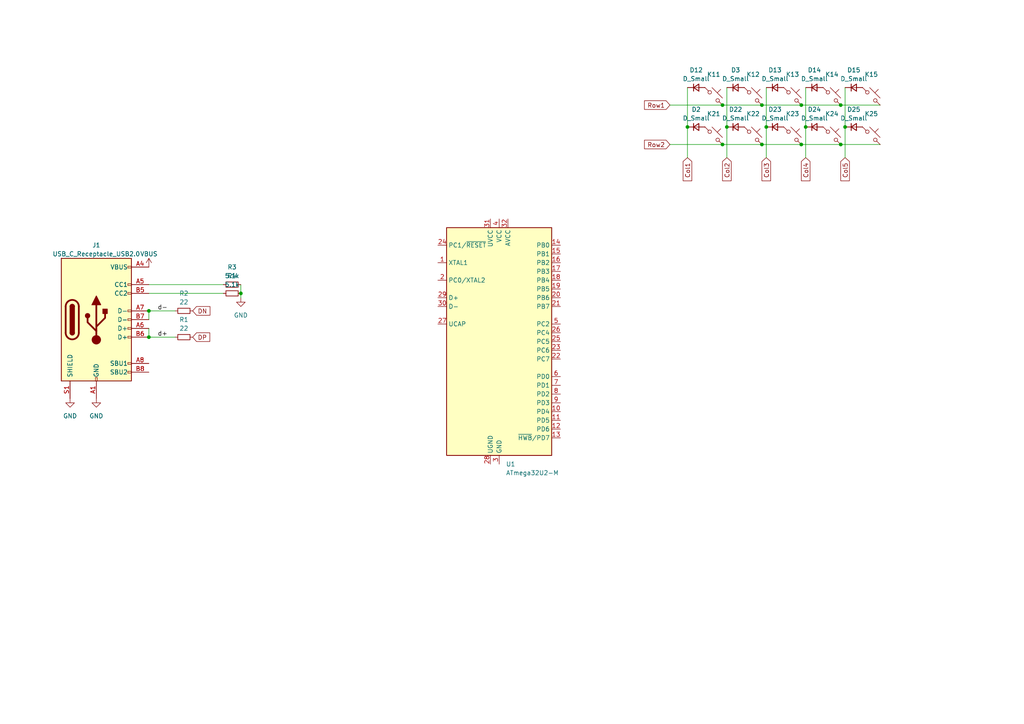
<source format=kicad_sch>
(kicad_sch (version 20230121) (generator eeschema)

  (uuid c7bb6973-b808-44d2-9297-d768611c6fd0)

  (paper "A4")

  (lib_symbols
    (symbol "Connector:USB_C_Receptacle_USB2.0" (pin_names (offset 1.016)) (in_bom yes) (on_board yes)
      (property "Reference" "J" (at -10.16 19.05 0)
        (effects (font (size 1.27 1.27)) (justify left))
      )
      (property "Value" "USB_C_Receptacle_USB2.0" (at 19.05 19.05 0)
        (effects (font (size 1.27 1.27)) (justify right))
      )
      (property "Footprint" "" (at 3.81 0 0)
        (effects (font (size 1.27 1.27)) hide)
      )
      (property "Datasheet" "https://www.usb.org/sites/default/files/documents/usb_type-c.zip" (at 3.81 0 0)
        (effects (font (size 1.27 1.27)) hide)
      )
      (property "ki_keywords" "usb universal serial bus type-C USB2.0" (at 0 0 0)
        (effects (font (size 1.27 1.27)) hide)
      )
      (property "ki_description" "USB 2.0-only Type-C Receptacle connector" (at 0 0 0)
        (effects (font (size 1.27 1.27)) hide)
      )
      (property "ki_fp_filters" "USB*C*Receptacle*" (at 0 0 0)
        (effects (font (size 1.27 1.27)) hide)
      )
      (symbol "USB_C_Receptacle_USB2.0_0_0"
        (rectangle (start -0.254 -17.78) (end 0.254 -16.764)
          (stroke (width 0) (type default))
          (fill (type none))
        )
        (rectangle (start 10.16 -14.986) (end 9.144 -15.494)
          (stroke (width 0) (type default))
          (fill (type none))
        )
        (rectangle (start 10.16 -12.446) (end 9.144 -12.954)
          (stroke (width 0) (type default))
          (fill (type none))
        )
        (rectangle (start 10.16 -4.826) (end 9.144 -5.334)
          (stroke (width 0) (type default))
          (fill (type none))
        )
        (rectangle (start 10.16 -2.286) (end 9.144 -2.794)
          (stroke (width 0) (type default))
          (fill (type none))
        )
        (rectangle (start 10.16 0.254) (end 9.144 -0.254)
          (stroke (width 0) (type default))
          (fill (type none))
        )
        (rectangle (start 10.16 2.794) (end 9.144 2.286)
          (stroke (width 0) (type default))
          (fill (type none))
        )
        (rectangle (start 10.16 7.874) (end 9.144 7.366)
          (stroke (width 0) (type default))
          (fill (type none))
        )
        (rectangle (start 10.16 10.414) (end 9.144 9.906)
          (stroke (width 0) (type default))
          (fill (type none))
        )
        (rectangle (start 10.16 15.494) (end 9.144 14.986)
          (stroke (width 0) (type default))
          (fill (type none))
        )
      )
      (symbol "USB_C_Receptacle_USB2.0_0_1"
        (rectangle (start -10.16 17.78) (end 10.16 -17.78)
          (stroke (width 0.254) (type default))
          (fill (type background))
        )
        (arc (start -8.89 -3.81) (mid -6.985 -5.7067) (end -5.08 -3.81)
          (stroke (width 0.508) (type default))
          (fill (type none))
        )
        (arc (start -7.62 -3.81) (mid -6.985 -4.4423) (end -6.35 -3.81)
          (stroke (width 0.254) (type default))
          (fill (type none))
        )
        (arc (start -7.62 -3.81) (mid -6.985 -4.4423) (end -6.35 -3.81)
          (stroke (width 0.254) (type default))
          (fill (type outline))
        )
        (rectangle (start -7.62 -3.81) (end -6.35 3.81)
          (stroke (width 0.254) (type default))
          (fill (type outline))
        )
        (arc (start -6.35 3.81) (mid -6.985 4.4423) (end -7.62 3.81)
          (stroke (width 0.254) (type default))
          (fill (type none))
        )
        (arc (start -6.35 3.81) (mid -6.985 4.4423) (end -7.62 3.81)
          (stroke (width 0.254) (type default))
          (fill (type outline))
        )
        (arc (start -5.08 3.81) (mid -6.985 5.7067) (end -8.89 3.81)
          (stroke (width 0.508) (type default))
          (fill (type none))
        )
        (circle (center -2.54 1.143) (radius 0.635)
          (stroke (width 0.254) (type default))
          (fill (type outline))
        )
        (circle (center 0 -5.842) (radius 1.27)
          (stroke (width 0) (type default))
          (fill (type outline))
        )
        (polyline
          (pts
            (xy -8.89 -3.81)
            (xy -8.89 3.81)
          )
          (stroke (width 0.508) (type default))
          (fill (type none))
        )
        (polyline
          (pts
            (xy -5.08 3.81)
            (xy -5.08 -3.81)
          )
          (stroke (width 0.508) (type default))
          (fill (type none))
        )
        (polyline
          (pts
            (xy 0 -5.842)
            (xy 0 4.318)
          )
          (stroke (width 0.508) (type default))
          (fill (type none))
        )
        (polyline
          (pts
            (xy 0 -3.302)
            (xy -2.54 -0.762)
            (xy -2.54 0.508)
          )
          (stroke (width 0.508) (type default))
          (fill (type none))
        )
        (polyline
          (pts
            (xy 0 -2.032)
            (xy 2.54 0.508)
            (xy 2.54 1.778)
          )
          (stroke (width 0.508) (type default))
          (fill (type none))
        )
        (polyline
          (pts
            (xy -1.27 4.318)
            (xy 0 6.858)
            (xy 1.27 4.318)
            (xy -1.27 4.318)
          )
          (stroke (width 0.254) (type default))
          (fill (type outline))
        )
        (rectangle (start 1.905 1.778) (end 3.175 3.048)
          (stroke (width 0.254) (type default))
          (fill (type outline))
        )
      )
      (symbol "USB_C_Receptacle_USB2.0_1_1"
        (pin passive line (at 0 -22.86 90) (length 5.08)
          (name "GND" (effects (font (size 1.27 1.27))))
          (number "A1" (effects (font (size 1.27 1.27))))
        )
        (pin passive line (at 0 -22.86 90) (length 5.08) hide
          (name "GND" (effects (font (size 1.27 1.27))))
          (number "A12" (effects (font (size 1.27 1.27))))
        )
        (pin passive line (at 15.24 15.24 180) (length 5.08)
          (name "VBUS" (effects (font (size 1.27 1.27))))
          (number "A4" (effects (font (size 1.27 1.27))))
        )
        (pin bidirectional line (at 15.24 10.16 180) (length 5.08)
          (name "CC1" (effects (font (size 1.27 1.27))))
          (number "A5" (effects (font (size 1.27 1.27))))
        )
        (pin bidirectional line (at 15.24 -2.54 180) (length 5.08)
          (name "D+" (effects (font (size 1.27 1.27))))
          (number "A6" (effects (font (size 1.27 1.27))))
        )
        (pin bidirectional line (at 15.24 2.54 180) (length 5.08)
          (name "D-" (effects (font (size 1.27 1.27))))
          (number "A7" (effects (font (size 1.27 1.27))))
        )
        (pin bidirectional line (at 15.24 -12.7 180) (length 5.08)
          (name "SBU1" (effects (font (size 1.27 1.27))))
          (number "A8" (effects (font (size 1.27 1.27))))
        )
        (pin passive line (at 15.24 15.24 180) (length 5.08) hide
          (name "VBUS" (effects (font (size 1.27 1.27))))
          (number "A9" (effects (font (size 1.27 1.27))))
        )
        (pin passive line (at 0 -22.86 90) (length 5.08) hide
          (name "GND" (effects (font (size 1.27 1.27))))
          (number "B1" (effects (font (size 1.27 1.27))))
        )
        (pin passive line (at 0 -22.86 90) (length 5.08) hide
          (name "GND" (effects (font (size 1.27 1.27))))
          (number "B12" (effects (font (size 1.27 1.27))))
        )
        (pin passive line (at 15.24 15.24 180) (length 5.08) hide
          (name "VBUS" (effects (font (size 1.27 1.27))))
          (number "B4" (effects (font (size 1.27 1.27))))
        )
        (pin bidirectional line (at 15.24 7.62 180) (length 5.08)
          (name "CC2" (effects (font (size 1.27 1.27))))
          (number "B5" (effects (font (size 1.27 1.27))))
        )
        (pin bidirectional line (at 15.24 -5.08 180) (length 5.08)
          (name "D+" (effects (font (size 1.27 1.27))))
          (number "B6" (effects (font (size 1.27 1.27))))
        )
        (pin bidirectional line (at 15.24 0 180) (length 5.08)
          (name "D-" (effects (font (size 1.27 1.27))))
          (number "B7" (effects (font (size 1.27 1.27))))
        )
        (pin bidirectional line (at 15.24 -15.24 180) (length 5.08)
          (name "SBU2" (effects (font (size 1.27 1.27))))
          (number "B8" (effects (font (size 1.27 1.27))))
        )
        (pin passive line (at 15.24 15.24 180) (length 5.08) hide
          (name "VBUS" (effects (font (size 1.27 1.27))))
          (number "B9" (effects (font (size 1.27 1.27))))
        )
        (pin passive line (at -7.62 -22.86 90) (length 5.08)
          (name "SHIELD" (effects (font (size 1.27 1.27))))
          (number "S1" (effects (font (size 1.27 1.27))))
        )
      )
    )
    (symbol "Device:D_Small" (pin_numbers hide) (pin_names (offset 0.254) hide) (in_bom yes) (on_board yes)
      (property "Reference" "D" (at -1.27 2.032 0)
        (effects (font (size 1.27 1.27)) (justify left))
      )
      (property "Value" "D_Small" (at -3.81 -2.032 0)
        (effects (font (size 1.27 1.27)) (justify left))
      )
      (property "Footprint" "" (at 0 0 90)
        (effects (font (size 1.27 1.27)) hide)
      )
      (property "Datasheet" "~" (at 0 0 90)
        (effects (font (size 1.27 1.27)) hide)
      )
      (property "Sim.Device" "D" (at 0 0 0)
        (effects (font (size 1.27 1.27)) hide)
      )
      (property "Sim.Pins" "1=K 2=A" (at 0 0 0)
        (effects (font (size 1.27 1.27)) hide)
      )
      (property "ki_keywords" "diode" (at 0 0 0)
        (effects (font (size 1.27 1.27)) hide)
      )
      (property "ki_description" "Diode, small symbol" (at 0 0 0)
        (effects (font (size 1.27 1.27)) hide)
      )
      (property "ki_fp_filters" "TO-???* *_Diode_* *SingleDiode* D_*" (at 0 0 0)
        (effects (font (size 1.27 1.27)) hide)
      )
      (symbol "D_Small_0_1"
        (polyline
          (pts
            (xy -0.762 -1.016)
            (xy -0.762 1.016)
          )
          (stroke (width 0.254) (type default))
          (fill (type none))
        )
        (polyline
          (pts
            (xy -0.762 0)
            (xy 0.762 0)
          )
          (stroke (width 0) (type default))
          (fill (type none))
        )
        (polyline
          (pts
            (xy 0.762 -1.016)
            (xy -0.762 0)
            (xy 0.762 1.016)
            (xy 0.762 -1.016)
          )
          (stroke (width 0.254) (type default))
          (fill (type none))
        )
      )
      (symbol "D_Small_1_1"
        (pin passive line (at -2.54 0 0) (length 1.778)
          (name "K" (effects (font (size 1.27 1.27))))
          (number "1" (effects (font (size 1.27 1.27))))
        )
        (pin passive line (at 2.54 0 180) (length 1.778)
          (name "A" (effects (font (size 1.27 1.27))))
          (number "2" (effects (font (size 1.27 1.27))))
        )
      )
    )
    (symbol "Device:R_Small" (pin_numbers hide) (pin_names (offset 0.254) hide) (in_bom yes) (on_board yes)
      (property "Reference" "R" (at 0.762 0.508 0)
        (effects (font (size 1.27 1.27)) (justify left))
      )
      (property "Value" "R_Small" (at 0.762 -1.016 0)
        (effects (font (size 1.27 1.27)) (justify left))
      )
      (property "Footprint" "" (at 0 0 0)
        (effects (font (size 1.27 1.27)) hide)
      )
      (property "Datasheet" "~" (at 0 0 0)
        (effects (font (size 1.27 1.27)) hide)
      )
      (property "ki_keywords" "R resistor" (at 0 0 0)
        (effects (font (size 1.27 1.27)) hide)
      )
      (property "ki_description" "Resistor, small symbol" (at 0 0 0)
        (effects (font (size 1.27 1.27)) hide)
      )
      (property "ki_fp_filters" "R_*" (at 0 0 0)
        (effects (font (size 1.27 1.27)) hide)
      )
      (symbol "R_Small_0_1"
        (rectangle (start -0.762 1.778) (end 0.762 -1.778)
          (stroke (width 0.2032) (type default))
          (fill (type none))
        )
      )
      (symbol "R_Small_1_1"
        (pin passive line (at 0 2.54 270) (length 0.762)
          (name "~" (effects (font (size 1.27 1.27))))
          (number "1" (effects (font (size 1.27 1.27))))
        )
        (pin passive line (at 0 -2.54 90) (length 0.762)
          (name "~" (effects (font (size 1.27 1.27))))
          (number "2" (effects (font (size 1.27 1.27))))
        )
      )
    )
    (symbol "MCU_Microchip_ATmega:ATmega32U2-M" (in_bom yes) (on_board yes)
      (property "Reference" "U" (at -15.24 34.29 0)
        (effects (font (size 1.27 1.27)) (justify left bottom))
      )
      (property "Value" "ATmega32U2-M" (at 2.54 -34.29 0)
        (effects (font (size 1.27 1.27)) (justify left top))
      )
      (property "Footprint" "Package_DFN_QFN:QFN-32-1EP_5x5mm_P0.5mm_EP3.1x3.1mm" (at 0 0 0)
        (effects (font (size 1.27 1.27) italic) hide)
      )
      (property "Datasheet" "http://ww1.microchip.com/downloads/en/DeviceDoc/doc7799.pdf" (at 0 0 0)
        (effects (font (size 1.27 1.27)) hide)
      )
      (property "ki_keywords" "AVR 8bit Microcontroller MegaAVR" (at 0 0 0)
        (effects (font (size 1.27 1.27)) hide)
      )
      (property "ki_description" "16MHz, 32kB Flash, 1kB SRAM, 1kB EEPROM, QFN-32" (at 0 0 0)
        (effects (font (size 1.27 1.27)) hide)
      )
      (property "ki_fp_filters" "QFN*1EP*5x5mm*P0.5mm*" (at 0 0 0)
        (effects (font (size 1.27 1.27)) hide)
      )
      (symbol "ATmega32U2-M_0_1"
        (rectangle (start -15.24 -33.02) (end 15.24 33.02)
          (stroke (width 0.254) (type default))
          (fill (type background))
        )
      )
      (symbol "ATmega32U2-M_1_1"
        (pin input line (at -17.78 22.86 0) (length 2.54)
          (name "XTAL1" (effects (font (size 1.27 1.27))))
          (number "1" (effects (font (size 1.27 1.27))))
        )
        (pin bidirectional line (at 17.78 -20.32 180) (length 2.54)
          (name "PD4" (effects (font (size 1.27 1.27))))
          (number "10" (effects (font (size 1.27 1.27))))
        )
        (pin bidirectional line (at 17.78 -22.86 180) (length 2.54)
          (name "PD5" (effects (font (size 1.27 1.27))))
          (number "11" (effects (font (size 1.27 1.27))))
        )
        (pin bidirectional line (at 17.78 -25.4 180) (length 2.54)
          (name "PD6" (effects (font (size 1.27 1.27))))
          (number "12" (effects (font (size 1.27 1.27))))
        )
        (pin bidirectional line (at 17.78 -27.94 180) (length 2.54)
          (name "~{HWB}/PD7" (effects (font (size 1.27 1.27))))
          (number "13" (effects (font (size 1.27 1.27))))
        )
        (pin bidirectional line (at 17.78 27.94 180) (length 2.54)
          (name "PB0" (effects (font (size 1.27 1.27))))
          (number "14" (effects (font (size 1.27 1.27))))
        )
        (pin bidirectional line (at 17.78 25.4 180) (length 2.54)
          (name "PB1" (effects (font (size 1.27 1.27))))
          (number "15" (effects (font (size 1.27 1.27))))
        )
        (pin bidirectional line (at 17.78 22.86 180) (length 2.54)
          (name "PB2" (effects (font (size 1.27 1.27))))
          (number "16" (effects (font (size 1.27 1.27))))
        )
        (pin bidirectional line (at 17.78 20.32 180) (length 2.54)
          (name "PB3" (effects (font (size 1.27 1.27))))
          (number "17" (effects (font (size 1.27 1.27))))
        )
        (pin bidirectional line (at 17.78 17.78 180) (length 2.54)
          (name "PB4" (effects (font (size 1.27 1.27))))
          (number "18" (effects (font (size 1.27 1.27))))
        )
        (pin bidirectional line (at 17.78 15.24 180) (length 2.54)
          (name "PB5" (effects (font (size 1.27 1.27))))
          (number "19" (effects (font (size 1.27 1.27))))
        )
        (pin bidirectional line (at -17.78 17.78 0) (length 2.54)
          (name "PC0/XTAL2" (effects (font (size 1.27 1.27))))
          (number "2" (effects (font (size 1.27 1.27))))
        )
        (pin bidirectional line (at 17.78 12.7 180) (length 2.54)
          (name "PB6" (effects (font (size 1.27 1.27))))
          (number "20" (effects (font (size 1.27 1.27))))
        )
        (pin bidirectional line (at 17.78 10.16 180) (length 2.54)
          (name "PB7" (effects (font (size 1.27 1.27))))
          (number "21" (effects (font (size 1.27 1.27))))
        )
        (pin bidirectional line (at 17.78 -5.08 180) (length 2.54)
          (name "PC7" (effects (font (size 1.27 1.27))))
          (number "22" (effects (font (size 1.27 1.27))))
        )
        (pin bidirectional line (at 17.78 -2.54 180) (length 2.54)
          (name "PC6" (effects (font (size 1.27 1.27))))
          (number "23" (effects (font (size 1.27 1.27))))
        )
        (pin bidirectional line (at -17.78 27.94 0) (length 2.54)
          (name "PC1/~{RESET}" (effects (font (size 1.27 1.27))))
          (number "24" (effects (font (size 1.27 1.27))))
        )
        (pin bidirectional line (at 17.78 0 180) (length 2.54)
          (name "PC5" (effects (font (size 1.27 1.27))))
          (number "25" (effects (font (size 1.27 1.27))))
        )
        (pin bidirectional line (at 17.78 2.54 180) (length 2.54)
          (name "PC4" (effects (font (size 1.27 1.27))))
          (number "26" (effects (font (size 1.27 1.27))))
        )
        (pin passive line (at -17.78 5.08 0) (length 2.54)
          (name "UCAP" (effects (font (size 1.27 1.27))))
          (number "27" (effects (font (size 1.27 1.27))))
        )
        (pin power_in line (at -2.54 -35.56 90) (length 2.54)
          (name "UGND" (effects (font (size 1.27 1.27))))
          (number "28" (effects (font (size 1.27 1.27))))
        )
        (pin bidirectional line (at -17.78 12.7 0) (length 2.54)
          (name "D+" (effects (font (size 1.27 1.27))))
          (number "29" (effects (font (size 1.27 1.27))))
        )
        (pin power_in line (at 0 -35.56 90) (length 2.54)
          (name "GND" (effects (font (size 1.27 1.27))))
          (number "3" (effects (font (size 1.27 1.27))))
        )
        (pin bidirectional line (at -17.78 10.16 0) (length 2.54)
          (name "D-" (effects (font (size 1.27 1.27))))
          (number "30" (effects (font (size 1.27 1.27))))
        )
        (pin power_in line (at -2.54 35.56 270) (length 2.54)
          (name "UVCC" (effects (font (size 1.27 1.27))))
          (number "31" (effects (font (size 1.27 1.27))))
        )
        (pin power_in line (at 2.54 35.56 270) (length 2.54)
          (name "AVCC" (effects (font (size 1.27 1.27))))
          (number "32" (effects (font (size 1.27 1.27))))
        )
        (pin passive line (at 0 -35.56 90) (length 2.54) hide
          (name "GND" (effects (font (size 1.27 1.27))))
          (number "33" (effects (font (size 1.27 1.27))))
        )
        (pin power_in line (at 0 35.56 270) (length 2.54)
          (name "VCC" (effects (font (size 1.27 1.27))))
          (number "4" (effects (font (size 1.27 1.27))))
        )
        (pin bidirectional line (at 17.78 5.08 180) (length 2.54)
          (name "PC2" (effects (font (size 1.27 1.27))))
          (number "5" (effects (font (size 1.27 1.27))))
        )
        (pin bidirectional line (at 17.78 -10.16 180) (length 2.54)
          (name "PD0" (effects (font (size 1.27 1.27))))
          (number "6" (effects (font (size 1.27 1.27))))
        )
        (pin bidirectional line (at 17.78 -12.7 180) (length 2.54)
          (name "PD1" (effects (font (size 1.27 1.27))))
          (number "7" (effects (font (size 1.27 1.27))))
        )
        (pin bidirectional line (at 17.78 -15.24 180) (length 2.54)
          (name "PD2" (effects (font (size 1.27 1.27))))
          (number "8" (effects (font (size 1.27 1.27))))
        )
        (pin bidirectional line (at 17.78 -17.78 180) (length 2.54)
          (name "PD3" (effects (font (size 1.27 1.27))))
          (number "9" (effects (font (size 1.27 1.27))))
        )
      )
    )
    (symbol "Switch:SW_Push_45deg" (pin_numbers hide) (pin_names (offset 1.016) hide) (in_bom yes) (on_board yes)
      (property "Reference" "SW" (at 3.048 1.016 0)
        (effects (font (size 1.27 1.27)) (justify left))
      )
      (property "Value" "SW_Push_45deg" (at 0 -3.81 0)
        (effects (font (size 1.27 1.27)))
      )
      (property "Footprint" "" (at 0 0 0)
        (effects (font (size 1.27 1.27)) hide)
      )
      (property "Datasheet" "~" (at 0 0 0)
        (effects (font (size 1.27 1.27)) hide)
      )
      (property "ki_keywords" "switch normally-open pushbutton push-button" (at 0 0 0)
        (effects (font (size 1.27 1.27)) hide)
      )
      (property "ki_description" "Push button switch, normally open, two pins, 45° tilted" (at 0 0 0)
        (effects (font (size 1.27 1.27)) hide)
      )
      (symbol "SW_Push_45deg_0_1"
        (circle (center -1.1684 1.1684) (radius 0.508)
          (stroke (width 0) (type default))
          (fill (type none))
        )
        (polyline
          (pts
            (xy -0.508 2.54)
            (xy 2.54 -0.508)
          )
          (stroke (width 0) (type default))
          (fill (type none))
        )
        (polyline
          (pts
            (xy 1.016 1.016)
            (xy 2.032 2.032)
          )
          (stroke (width 0) (type default))
          (fill (type none))
        )
        (polyline
          (pts
            (xy -2.54 2.54)
            (xy -1.524 1.524)
            (xy -1.524 1.524)
          )
          (stroke (width 0) (type default))
          (fill (type none))
        )
        (polyline
          (pts
            (xy 1.524 -1.524)
            (xy 2.54 -2.54)
            (xy 2.54 -2.54)
            (xy 2.54 -2.54)
          )
          (stroke (width 0) (type default))
          (fill (type none))
        )
        (circle (center 1.143 -1.1938) (radius 0.508)
          (stroke (width 0) (type default))
          (fill (type none))
        )
        (pin passive line (at -2.54 2.54 0) (length 0)
          (name "1" (effects (font (size 1.27 1.27))))
          (number "1" (effects (font (size 1.27 1.27))))
        )
        (pin passive line (at 2.54 -2.54 180) (length 0)
          (name "2" (effects (font (size 1.27 1.27))))
          (number "2" (effects (font (size 1.27 1.27))))
        )
      )
    )
    (symbol "power:GND" (power) (pin_names (offset 0)) (in_bom yes) (on_board yes)
      (property "Reference" "#PWR" (at 0 -6.35 0)
        (effects (font (size 1.27 1.27)) hide)
      )
      (property "Value" "GND" (at 0 -3.81 0)
        (effects (font (size 1.27 1.27)))
      )
      (property "Footprint" "" (at 0 0 0)
        (effects (font (size 1.27 1.27)) hide)
      )
      (property "Datasheet" "" (at 0 0 0)
        (effects (font (size 1.27 1.27)) hide)
      )
      (property "ki_keywords" "global power" (at 0 0 0)
        (effects (font (size 1.27 1.27)) hide)
      )
      (property "ki_description" "Power symbol creates a global label with name \"GND\" , ground" (at 0 0 0)
        (effects (font (size 1.27 1.27)) hide)
      )
      (symbol "GND_0_1"
        (polyline
          (pts
            (xy 0 0)
            (xy 0 -1.27)
            (xy 1.27 -1.27)
            (xy 0 -2.54)
            (xy -1.27 -1.27)
            (xy 0 -1.27)
          )
          (stroke (width 0) (type default))
          (fill (type none))
        )
      )
      (symbol "GND_1_1"
        (pin power_in line (at 0 0 270) (length 0) hide
          (name "GND" (effects (font (size 1.27 1.27))))
          (number "1" (effects (font (size 1.27 1.27))))
        )
      )
    )
    (symbol "power:VBUS" (power) (pin_names (offset 0)) (in_bom yes) (on_board yes)
      (property "Reference" "#PWR" (at 0 -3.81 0)
        (effects (font (size 1.27 1.27)) hide)
      )
      (property "Value" "VBUS" (at 0 3.81 0)
        (effects (font (size 1.27 1.27)))
      )
      (property "Footprint" "" (at 0 0 0)
        (effects (font (size 1.27 1.27)) hide)
      )
      (property "Datasheet" "" (at 0 0 0)
        (effects (font (size 1.27 1.27)) hide)
      )
      (property "ki_keywords" "global power" (at 0 0 0)
        (effects (font (size 1.27 1.27)) hide)
      )
      (property "ki_description" "Power symbol creates a global label with name \"VBUS\"" (at 0 0 0)
        (effects (font (size 1.27 1.27)) hide)
      )
      (symbol "VBUS_0_1"
        (polyline
          (pts
            (xy -0.762 1.27)
            (xy 0 2.54)
          )
          (stroke (width 0) (type default))
          (fill (type none))
        )
        (polyline
          (pts
            (xy 0 0)
            (xy 0 2.54)
          )
          (stroke (width 0) (type default))
          (fill (type none))
        )
        (polyline
          (pts
            (xy 0 2.54)
            (xy 0.762 1.27)
          )
          (stroke (width 0) (type default))
          (fill (type none))
        )
      )
      (symbol "VBUS_1_1"
        (pin power_in line (at 0 0 90) (length 0) hide
          (name "VBUS" (effects (font (size 1.27 1.27))))
          (number "1" (effects (font (size 1.27 1.27))))
        )
      )
    )
  )

  (junction (at 69.85 85.09) (diameter 0) (color 0 0 0 0)
    (uuid 249c5546-ddbd-4237-bbad-36533e416643)
  )
  (junction (at 233.68 36.83) (diameter 0) (color 0 0 0 0)
    (uuid 64d18bdd-3e1e-43b6-933e-8bb1026165c3)
  )
  (junction (at 209.55 41.91) (diameter 0) (color 0 0 0 0)
    (uuid 67e8c70d-6397-4bd9-8882-e1279f135097)
  )
  (junction (at 222.25 36.83) (diameter 0) (color 0 0 0 0)
    (uuid 6ebb0b91-624c-4456-a776-0b3dd04a897c)
  )
  (junction (at 232.41 41.91) (diameter 0) (color 0 0 0 0)
    (uuid 75628699-1773-4c49-837d-933abaf6393d)
  )
  (junction (at 199.39 36.83) (diameter 0) (color 0 0 0 0)
    (uuid 82bdf60b-d8a3-4513-b704-13e8bee0f84d)
  )
  (junction (at 43.18 97.79) (diameter 0) (color 0 0 0 0)
    (uuid 8db60a5f-fc69-4343-afab-33e48ebd26f1)
  )
  (junction (at 232.41 30.48) (diameter 0) (color 0 0 0 0)
    (uuid 9275c44a-bd92-4aba-a1bb-f47e07d08ad4)
  )
  (junction (at 243.84 30.48) (diameter 0) (color 0 0 0 0)
    (uuid 93be2ba5-ed11-46af-b666-bcf4a4c43ec4)
  )
  (junction (at 210.82 36.83) (diameter 0) (color 0 0 0 0)
    (uuid 96a1c79e-1454-4b6d-9115-d753db0055e1)
  )
  (junction (at 243.84 41.91) (diameter 0) (color 0 0 0 0)
    (uuid 9811729d-6394-41b7-acaf-188c08b8cb1c)
  )
  (junction (at 43.18 90.17) (diameter 0) (color 0 0 0 0)
    (uuid 9f2b5f0d-2e53-470a-b0f5-d3df972599f5)
  )
  (junction (at 220.98 41.91) (diameter 0) (color 0 0 0 0)
    (uuid c7b71daf-2f8d-43be-9fc4-f142b4cdf732)
  )
  (junction (at 220.98 30.48) (diameter 0) (color 0 0 0 0)
    (uuid d2e094f4-9a12-4284-bd33-20d81a72ba60)
  )
  (junction (at 245.11 36.83) (diameter 0) (color 0 0 0 0)
    (uuid edbf204f-70b5-4451-be92-6d93287a81a7)
  )
  (junction (at 209.55 30.48) (diameter 0) (color 0 0 0 0)
    (uuid f396a88c-8254-49d9-8687-85233a34ebe5)
  )

  (wire (pts (xy 69.85 85.09) (xy 69.85 86.36))
    (stroke (width 0) (type default))
    (uuid 03338989-8a7f-4198-bf1d-98e1dd43e866)
  )
  (wire (pts (xy 43.18 82.55) (xy 64.77 82.55))
    (stroke (width 0) (type default))
    (uuid 1ffb87d7-a8f0-4a57-89d5-c6b582e91368)
  )
  (wire (pts (xy 245.11 36.83) (xy 245.11 45.72))
    (stroke (width 0) (type default))
    (uuid 2801612a-430c-481b-85f9-70cd6bfcfb9d)
  )
  (wire (pts (xy 199.39 36.83) (xy 199.39 45.72))
    (stroke (width 0) (type default))
    (uuid 2e95e50f-6b64-4203-b5d4-fab2ae3a3411)
  )
  (wire (pts (xy 43.18 92.71) (xy 43.18 90.17))
    (stroke (width 0) (type default))
    (uuid 33fea8ef-3ea4-4340-9236-4d04d28a061a)
  )
  (wire (pts (xy 243.84 30.48) (xy 255.27 30.48))
    (stroke (width 0) (type default))
    (uuid 39536417-f6df-43da-ac09-22da7f413213)
  )
  (wire (pts (xy 209.55 30.48) (xy 220.98 30.48))
    (stroke (width 0) (type default))
    (uuid 3b4d4edf-5a0e-4db5-a7be-e0f01cfbcc99)
  )
  (wire (pts (xy 43.18 90.17) (xy 50.8 90.17))
    (stroke (width 0) (type default))
    (uuid 404a15c7-5401-4a0d-b4e4-7a8eeec19898)
  )
  (wire (pts (xy 245.11 25.4) (xy 245.11 36.83))
    (stroke (width 0) (type default))
    (uuid 43ef4f37-f446-4dbd-a914-8c9126e5052f)
  )
  (wire (pts (xy 220.98 41.91) (xy 232.41 41.91))
    (stroke (width 0) (type default))
    (uuid 54c8ff99-b80b-4f63-8a78-589dd011ef05)
  )
  (wire (pts (xy 210.82 36.83) (xy 210.82 45.72))
    (stroke (width 0) (type default))
    (uuid 58851b05-fb15-4aab-b42c-88780eb02418)
  )
  (wire (pts (xy 232.41 41.91) (xy 243.84 41.91))
    (stroke (width 0) (type default))
    (uuid 63f903db-df80-4019-8451-5f59a6101e88)
  )
  (wire (pts (xy 194.31 41.91) (xy 209.55 41.91))
    (stroke (width 0) (type default))
    (uuid 76661dca-564a-419b-a8b6-f07f89524273)
  )
  (wire (pts (xy 194.31 30.48) (xy 209.55 30.48))
    (stroke (width 0) (type default))
    (uuid 80c8a212-e7c7-40e5-8db9-abb2d20610fa)
  )
  (wire (pts (xy 220.98 30.48) (xy 232.41 30.48))
    (stroke (width 0) (type default))
    (uuid 8185a89b-3aeb-488c-8004-682472cbe6e2)
  )
  (wire (pts (xy 43.18 85.09) (xy 64.77 85.09))
    (stroke (width 0) (type default))
    (uuid 8a89e3fe-e6ec-44b1-8872-64f41550d3ab)
  )
  (wire (pts (xy 222.25 36.83) (xy 222.25 45.72))
    (stroke (width 0) (type default))
    (uuid 8dc24c1c-27e5-4487-b4f7-8ebbea845f6d)
  )
  (wire (pts (xy 222.25 25.4) (xy 222.25 36.83))
    (stroke (width 0) (type default))
    (uuid 95f00ebd-a00c-4891-b2dd-cb3361281204)
  )
  (wire (pts (xy 43.18 97.79) (xy 50.8 97.79))
    (stroke (width 0) (type default))
    (uuid 96dbcbbe-39c4-4fb0-a8bd-9389238ee614)
  )
  (wire (pts (xy 210.82 25.4) (xy 210.82 36.83))
    (stroke (width 0) (type default))
    (uuid 988274b2-0956-4bf8-87e6-73d0fcff2e64)
  )
  (wire (pts (xy 233.68 36.83) (xy 233.68 45.72))
    (stroke (width 0) (type default))
    (uuid ad986f01-c6be-4ca9-9873-f01e06707cd5)
  )
  (wire (pts (xy 43.18 95.25) (xy 43.18 97.79))
    (stroke (width 0) (type default))
    (uuid bd5c758c-13c9-4803-8302-7fe9c2b2eac7)
  )
  (wire (pts (xy 199.39 25.4) (xy 199.39 36.83))
    (stroke (width 0) (type default))
    (uuid c15e9fe9-6de6-4712-93e1-34a928e6cbae)
  )
  (wire (pts (xy 243.84 41.91) (xy 255.27 41.91))
    (stroke (width 0) (type default))
    (uuid d464d642-bb98-4c90-b37d-83c8eb8aef82)
  )
  (wire (pts (xy 69.85 82.55) (xy 69.85 85.09))
    (stroke (width 0) (type default))
    (uuid dee32eb7-0fdf-45cd-926b-722c64a0b011)
  )
  (wire (pts (xy 233.68 25.4) (xy 233.68 36.83))
    (stroke (width 0) (type default))
    (uuid e5af3df9-5ce0-470f-8f9b-9179fdc09fce)
  )
  (wire (pts (xy 209.55 41.91) (xy 220.98 41.91))
    (stroke (width 0) (type default))
    (uuid f07344a6-c260-458b-a318-017b261b42ad)
  )
  (wire (pts (xy 232.41 30.48) (xy 243.84 30.48))
    (stroke (width 0) (type default))
    (uuid f3a91fe8-bb97-407b-a5e3-d209f49889a8)
  )

  (label "d+" (at 45.72 97.79 0) (fields_autoplaced)
    (effects (font (size 1.27 1.27)) (justify left bottom))
    (uuid 23ee27dd-37ef-4dd7-ac0e-5c6978dfcf38)
  )
  (label "d-" (at 45.72 90.17 0) (fields_autoplaced)
    (effects (font (size 1.27 1.27)) (justify left bottom))
    (uuid 70b04003-87e1-4fa7-a48f-3c4dca393088)
  )

  (global_label "Col1" (shape input) (at 199.39 45.72 270) (fields_autoplaced)
    (effects (font (size 1.27 1.27)) (justify right))
    (uuid 1cc6f532-8dea-4b5f-89e7-9d988ddc8343)
    (property "Intersheetrefs" "${INTERSHEET_REFS}" (at 199.39 52.9195 90)
      (effects (font (size 1.27 1.27)) (justify right) hide)
    )
  )
  (global_label "Col2" (shape input) (at 210.82 45.72 270) (fields_autoplaced)
    (effects (font (size 1.27 1.27)) (justify right))
    (uuid 3e76a86c-6220-4302-be1e-d766e261b882)
    (property "Intersheetrefs" "${INTERSHEET_REFS}" (at 210.82 52.9195 90)
      (effects (font (size 1.27 1.27)) (justify right) hide)
    )
  )
  (global_label "Col3" (shape input) (at 222.25 45.72 270) (fields_autoplaced)
    (effects (font (size 1.27 1.27)) (justify right))
    (uuid 58855582-4306-428d-9151-b815c334304b)
    (property "Intersheetrefs" "${INTERSHEET_REFS}" (at 222.25 52.9195 90)
      (effects (font (size 1.27 1.27)) (justify right) hide)
    )
  )
  (global_label "DN" (shape input) (at 55.88 90.17 0) (fields_autoplaced)
    (effects (font (size 1.27 1.27)) (justify left))
    (uuid 71b7ea9d-2cf6-4ed4-ba44-394059b4fede)
    (property "Intersheetrefs" "${INTERSHEET_REFS}" (at 61.3863 90.17 0)
      (effects (font (size 1.27 1.27)) (justify left) hide)
    )
  )
  (global_label "Row2" (shape input) (at 194.31 41.91 180) (fields_autoplaced)
    (effects (font (size 1.27 1.27)) (justify right))
    (uuid 726cdd1f-de7b-4bcb-9400-9892b46abd46)
    (property "Intersheetrefs" "${INTERSHEET_REFS}" (at 186.4452 41.91 0)
      (effects (font (size 1.27 1.27)) (justify right) hide)
    )
  )
  (global_label "DP" (shape input) (at 55.88 97.79 0) (fields_autoplaced)
    (effects (font (size 1.27 1.27)) (justify left))
    (uuid 781df58a-beef-48aa-ac65-559350c68989)
    (property "Intersheetrefs" "${INTERSHEET_REFS}" (at 61.3258 97.79 0)
      (effects (font (size 1.27 1.27)) (justify left) hide)
    )
  )
  (global_label "Col5" (shape input) (at 245.11 45.72 270) (fields_autoplaced)
    (effects (font (size 1.27 1.27)) (justify right))
    (uuid d0cf4456-7118-4ba3-8e48-03c2e3f78a90)
    (property "Intersheetrefs" "${INTERSHEET_REFS}" (at 245.11 52.9195 90)
      (effects (font (size 1.27 1.27)) (justify right) hide)
    )
  )
  (global_label "Col4" (shape input) (at 233.68 45.72 270) (fields_autoplaced)
    (effects (font (size 1.27 1.27)) (justify right))
    (uuid d40c13b4-7e14-4baa-ab43-2b61502af26b)
    (property "Intersheetrefs" "${INTERSHEET_REFS}" (at 233.68 52.9195 90)
      (effects (font (size 1.27 1.27)) (justify right) hide)
    )
  )
  (global_label "Row1" (shape input) (at 194.31 30.48 180) (fields_autoplaced)
    (effects (font (size 1.27 1.27)) (justify right))
    (uuid ebede4f4-0cd3-46ac-bb9c-41da86a56e5a)
    (property "Intersheetrefs" "${INTERSHEET_REFS}" (at 186.4452 30.48 0)
      (effects (font (size 1.27 1.27)) (justify right) hide)
    )
  )

  (symbol (lib_id "power:GND") (at 69.85 86.36 0) (unit 1)
    (in_bom yes) (on_board yes) (dnp no) (fields_autoplaced)
    (uuid 0f3517b5-4e79-49f0-96e8-6882fa83f243)
    (property "Reference" "#PWR01" (at 69.85 92.71 0)
      (effects (font (size 1.27 1.27)) hide)
    )
    (property "Value" "GND" (at 69.85 91.44 0)
      (effects (font (size 1.27 1.27)))
    )
    (property "Footprint" "" (at 69.85 86.36 0)
      (effects (font (size 1.27 1.27)) hide)
    )
    (property "Datasheet" "" (at 69.85 86.36 0)
      (effects (font (size 1.27 1.27)) hide)
    )
    (pin "1" (uuid 8cff93ba-b239-4389-b9a9-072e4a05a992))
    (instances
      (project "meishi_ADeL"
        (path "/c7bb6973-b808-44d2-9297-d768611c6fd0"
          (reference "#PWR01") (unit 1)
        )
      )
    )
  )

  (symbol (lib_id "Device:D_Small") (at 247.65 36.83 0) (unit 1)
    (in_bom yes) (on_board yes) (dnp no) (fields_autoplaced)
    (uuid 10aa72b2-be0e-4ad7-b884-7e134121e824)
    (property "Reference" "D25" (at 247.65 31.75 0)
      (effects (font (size 1.27 1.27)))
    )
    (property "Value" "D_Small" (at 247.65 34.29 0)
      (effects (font (size 1.27 1.27)))
    )
    (property "Footprint" "" (at 247.65 36.83 90)
      (effects (font (size 1.27 1.27)) hide)
    )
    (property "Datasheet" "~" (at 247.65 36.83 90)
      (effects (font (size 1.27 1.27)) hide)
    )
    (property "Sim.Device" "D" (at 247.65 36.83 0)
      (effects (font (size 1.27 1.27)) hide)
    )
    (property "Sim.Pins" "1=K 2=A" (at 247.65 36.83 0)
      (effects (font (size 1.27 1.27)) hide)
    )
    (pin "1" (uuid e0091bec-3877-48f1-8e10-30b95bfe9d2d))
    (pin "2" (uuid a1fca8bf-22dc-4770-95ef-a3ab9527a344))
    (instances
      (project "meishi_ADeL"
        (path "/c7bb6973-b808-44d2-9297-d768611c6fd0"
          (reference "D25") (unit 1)
        )
      )
    )
  )

  (symbol (lib_id "Device:D_Small") (at 213.36 36.83 0) (unit 1)
    (in_bom yes) (on_board yes) (dnp no) (fields_autoplaced)
    (uuid 178e6073-86e1-4342-8123-8de21c889e95)
    (property "Reference" "D22" (at 213.36 31.75 0)
      (effects (font (size 1.27 1.27)))
    )
    (property "Value" "D_Small" (at 213.36 34.29 0)
      (effects (font (size 1.27 1.27)))
    )
    (property "Footprint" "" (at 213.36 36.83 90)
      (effects (font (size 1.27 1.27)) hide)
    )
    (property "Datasheet" "~" (at 213.36 36.83 90)
      (effects (font (size 1.27 1.27)) hide)
    )
    (property "Sim.Device" "D" (at 213.36 36.83 0)
      (effects (font (size 1.27 1.27)) hide)
    )
    (property "Sim.Pins" "1=K 2=A" (at 213.36 36.83 0)
      (effects (font (size 1.27 1.27)) hide)
    )
    (pin "1" (uuid bb778628-3265-4e76-8fc5-7c5db6188ba7))
    (pin "2" (uuid 225843f2-3d28-4159-b0c6-bbd3c70fec70))
    (instances
      (project "meishi_ADeL"
        (path "/c7bb6973-b808-44d2-9297-d768611c6fd0"
          (reference "D22") (unit 1)
        )
      )
    )
  )

  (symbol (lib_id "power:GND") (at 27.94 115.57 0) (unit 1)
    (in_bom yes) (on_board yes) (dnp no) (fields_autoplaced)
    (uuid 1f8518d2-4f50-46c4-af3d-f2212c805362)
    (property "Reference" "#PWR03" (at 27.94 121.92 0)
      (effects (font (size 1.27 1.27)) hide)
    )
    (property "Value" "GND" (at 27.94 120.65 0)
      (effects (font (size 1.27 1.27)))
    )
    (property "Footprint" "" (at 27.94 115.57 0)
      (effects (font (size 1.27 1.27)) hide)
    )
    (property "Datasheet" "" (at 27.94 115.57 0)
      (effects (font (size 1.27 1.27)) hide)
    )
    (pin "1" (uuid 50cb5b5a-9b6b-465a-9b81-b798b521d6b2))
    (instances
      (project "meishi_ADeL"
        (path "/c7bb6973-b808-44d2-9297-d768611c6fd0"
          (reference "#PWR03") (unit 1)
        )
      )
    )
  )

  (symbol (lib_id "MCU_Microchip_ATmega:ATmega32U2-M") (at 144.78 99.06 0) (unit 1)
    (in_bom yes) (on_board yes) (dnp no) (fields_autoplaced)
    (uuid 36c84c9a-c81e-453f-a015-fe11ff827672)
    (property "Reference" "U1" (at 146.7359 134.62 0)
      (effects (font (size 1.27 1.27)) (justify left))
    )
    (property "Value" "ATmega32U2-M" (at 146.7359 137.16 0)
      (effects (font (size 1.27 1.27)) (justify left))
    )
    (property "Footprint" "Package_DFN_QFN:QFN-32-1EP_5x5mm_P0.5mm_EP3.1x3.1mm" (at 144.78 99.06 0)
      (effects (font (size 1.27 1.27) italic) hide)
    )
    (property "Datasheet" "http://ww1.microchip.com/downloads/en/DeviceDoc/doc7799.pdf" (at 144.78 99.06 0)
      (effects (font (size 1.27 1.27)) hide)
    )
    (pin "1" (uuid b0a42bb1-635e-4b3a-894b-7ddae9cc4922))
    (pin "10" (uuid bad73e3b-27c1-4044-b2a8-1f9ba63faed5))
    (pin "11" (uuid d8c589e0-68ca-4afb-b75f-0eaa67502124))
    (pin "12" (uuid a1a8ae97-d30c-4ce6-81fe-13540a0c286f))
    (pin "13" (uuid 28c3c56e-8236-427d-9209-a83ba14091bd))
    (pin "14" (uuid 968b411e-a14d-4f2e-929e-c02c33e904c5))
    (pin "15" (uuid 5801f93d-bc49-49ca-b1d2-529b85198ab8))
    (pin "16" (uuid 53cf8db1-03a4-46aa-87dc-c803550bb171))
    (pin "17" (uuid 250d5c2d-6c11-434d-8714-eb603f817088))
    (pin "18" (uuid efd1d73c-9060-4b4e-8605-48a667c59911))
    (pin "19" (uuid d114dd52-fa7c-4fe1-b602-d6f18a33a842))
    (pin "2" (uuid 7a6d5d12-a172-4bc7-8ffc-d4bd2a652c90))
    (pin "20" (uuid 71070810-15ef-435e-bf09-c963e17d34d2))
    (pin "21" (uuid dd101430-bf15-411b-b4e6-09e0136c3325))
    (pin "22" (uuid 33da8b3f-382f-4a6b-879e-9835dcd3c386))
    (pin "23" (uuid 5c890df2-d141-4d78-b423-1ba169d20b5f))
    (pin "24" (uuid 930fdab2-21ff-408e-b12f-468104c05470))
    (pin "25" (uuid 73ecb8f2-f69e-4b50-9c81-f9f7562f967c))
    (pin "26" (uuid 5afafca2-3810-46f3-ae7c-d96ef1586ec3))
    (pin "27" (uuid a975da40-9865-4209-888d-6fa0ac04dc6b))
    (pin "28" (uuid 71b55551-6878-4c8b-bb47-df3a2e0ea3fa))
    (pin "29" (uuid 61edf328-ed61-4b0f-b0a9-d18fe2a19922))
    (pin "3" (uuid 2ff1c192-57ff-4b37-a98b-f2aba2e2831c))
    (pin "30" (uuid 3156fccf-91f8-465b-8643-6e08c5097e46))
    (pin "31" (uuid b68640c1-973e-4ff9-a03e-201e9f8cd47b))
    (pin "32" (uuid b0ca3ce5-af00-4410-9355-9a1d48cc22f8))
    (pin "33" (uuid d501033a-1ab7-46e9-b359-bfc6be95c8cb))
    (pin "4" (uuid ae08d8c8-6488-49a4-b454-8084b301897e))
    (pin "5" (uuid 4ee6e8a6-4524-4f8b-a5c8-786e16799a3c))
    (pin "6" (uuid 3c1fbc69-6cd0-4a72-9f02-394593419950))
    (pin "7" (uuid 087822c4-b071-4b3a-9b43-a6bb112f9bfb))
    (pin "8" (uuid 51d4ac52-e9ae-4544-aea3-10c85aeff0a8))
    (pin "9" (uuid 33dca0f9-368d-4015-bb30-aa96f3ef38c7))
    (instances
      (project "meishi_ADeL"
        (path "/c7bb6973-b808-44d2-9297-d768611c6fd0"
          (reference "U1") (unit 1)
        )
      )
    )
  )

  (symbol (lib_id "Switch:SW_Push_45deg") (at 207.01 39.37 0) (unit 1)
    (in_bom yes) (on_board yes) (dnp no) (fields_autoplaced)
    (uuid 3e0d23a0-c26b-479b-b58c-1451e29af007)
    (property "Reference" "K21" (at 207.01 33.02 0) (do_not_autoplace)
      (effects (font (size 1.27 1.27)))
    )
    (property "Value" "SW_Push_45deg" (at 207.01 33.02 0) (do_not_autoplace)
      (effects (font (size 1.27 1.27)) hide)
    )
    (property "Footprint" "" (at 207.01 39.37 0)
      (effects (font (size 1.27 1.27)) hide)
    )
    (property "Datasheet" "~" (at 207.01 39.37 0)
      (effects (font (size 1.27 1.27)) hide)
    )
    (pin "1" (uuid 102ae45e-00c7-4752-a28c-240864310372))
    (pin "2" (uuid d3798fc0-061a-4a1d-a3fb-e23fdb803b1d))
    (instances
      (project "meishi_ADeL"
        (path "/c7bb6973-b808-44d2-9297-d768611c6fd0"
          (reference "K21") (unit 1)
        )
      )
    )
  )

  (symbol (lib_id "Device:D_Small") (at 201.93 25.4 0) (unit 1)
    (in_bom yes) (on_board yes) (dnp no) (fields_autoplaced)
    (uuid 3e48e343-23be-4f55-bfc8-5af5d81f8d66)
    (property "Reference" "D12" (at 201.93 20.32 0)
      (effects (font (size 1.27 1.27)))
    )
    (property "Value" "D_Small" (at 201.93 22.86 0)
      (effects (font (size 1.27 1.27)))
    )
    (property "Footprint" "" (at 201.93 25.4 90)
      (effects (font (size 1.27 1.27)) hide)
    )
    (property "Datasheet" "~" (at 201.93 25.4 90)
      (effects (font (size 1.27 1.27)) hide)
    )
    (property "Sim.Device" "D" (at 201.93 25.4 0)
      (effects (font (size 1.27 1.27)) hide)
    )
    (property "Sim.Pins" "1=K 2=A" (at 201.93 25.4 0)
      (effects (font (size 1.27 1.27)) hide)
    )
    (pin "1" (uuid 0250a11c-e5d9-4849-b039-38d9c8a48fc6))
    (pin "2" (uuid f39fd64c-4820-41d7-9205-bfb0991a22c0))
    (instances
      (project "meishi_ADeL"
        (path "/c7bb6973-b808-44d2-9297-d768611c6fd0"
          (reference "D12") (unit 1)
        )
      )
    )
  )

  (symbol (lib_id "Switch:SW_Push_45deg") (at 252.73 27.94 0) (unit 1)
    (in_bom yes) (on_board yes) (dnp no) (fields_autoplaced)
    (uuid 40cffe6e-38c1-483c-8b00-168a250e1780)
    (property "Reference" "K15" (at 252.73 21.59 0) (do_not_autoplace)
      (effects (font (size 1.27 1.27)))
    )
    (property "Value" "SW_Push_45deg" (at 252.73 21.59 0) (do_not_autoplace)
      (effects (font (size 1.27 1.27)) hide)
    )
    (property "Footprint" "" (at 252.73 27.94 0)
      (effects (font (size 1.27 1.27)) hide)
    )
    (property "Datasheet" "~" (at 252.73 27.94 0)
      (effects (font (size 1.27 1.27)) hide)
    )
    (pin "1" (uuid 1f8bff2f-7b48-4532-96c5-b35015096d8c))
    (pin "2" (uuid 1e49d989-0ae5-4daf-a2a3-6ccde3804107))
    (instances
      (project "meishi_ADeL"
        (path "/c7bb6973-b808-44d2-9297-d768611c6fd0"
          (reference "K15") (unit 1)
        )
      )
    )
  )

  (symbol (lib_id "Switch:SW_Push_45deg") (at 207.01 27.94 0) (unit 1)
    (in_bom yes) (on_board yes) (dnp no) (fields_autoplaced)
    (uuid 4b811e27-0c1c-4c4e-bbbc-c20f3f8a6037)
    (property "Reference" "K11" (at 207.01 21.59 0) (do_not_autoplace)
      (effects (font (size 1.27 1.27)))
    )
    (property "Value" "SW_Push_45deg" (at 207.01 21.59 0) (do_not_autoplace)
      (effects (font (size 1.27 1.27)) hide)
    )
    (property "Footprint" "" (at 207.01 27.94 0)
      (effects (font (size 1.27 1.27)) hide)
    )
    (property "Datasheet" "~" (at 207.01 27.94 0)
      (effects (font (size 1.27 1.27)) hide)
    )
    (pin "1" (uuid 54ff5165-0803-4a5f-9ad6-db89e9247536))
    (pin "2" (uuid ee2ced30-8a75-4040-9945-153f1b318325))
    (instances
      (project "meishi_ADeL"
        (path "/c7bb6973-b808-44d2-9297-d768611c6fd0"
          (reference "K11") (unit 1)
        )
      )
    )
  )

  (symbol (lib_id "Connector:USB_C_Receptacle_USB2.0") (at 27.94 92.71 0) (unit 1)
    (in_bom yes) (on_board yes) (dnp no) (fields_autoplaced)
    (uuid 51f14019-179c-4e58-a558-66c7d28c10ed)
    (property "Reference" "J1" (at 27.94 71.12 0)
      (effects (font (size 1.27 1.27)))
    )
    (property "Value" "USB_C_Receptacle_USB2.0" (at 27.94 73.66 0)
      (effects (font (size 1.27 1.27)))
    )
    (property "Footprint" "" (at 31.75 92.71 0)
      (effects (font (size 1.27 1.27)) hide)
    )
    (property "Datasheet" "https://www.usb.org/sites/default/files/documents/usb_type-c.zip" (at 31.75 92.71 0)
      (effects (font (size 1.27 1.27)) hide)
    )
    (pin "A1" (uuid e66b46a2-fb60-4005-be0d-8087b914c8c7))
    (pin "A12" (uuid 806dae33-5159-4606-acb3-ce49c632d809))
    (pin "A4" (uuid 1a7ff41e-010d-4d8b-98c2-aa433938c8cc))
    (pin "A5" (uuid f0f56cde-22dd-4a8d-856f-b096d01ea7c7))
    (pin "A6" (uuid 1b690b48-4ab5-40f3-a51a-ad91ef18c0e0))
    (pin "A7" (uuid 68d2574e-c3f2-46c0-87ce-15f78c2db086))
    (pin "A8" (uuid 61bda128-e319-498e-91da-2295b531917c))
    (pin "A9" (uuid 63ed2f4f-871b-4d2a-9756-884dcea5c401))
    (pin "B1" (uuid 4e4b6047-74a1-4c77-b462-acfde8f1ba0e))
    (pin "B12" (uuid 3fc6cb8c-901a-4c06-90ea-da82f116474e))
    (pin "B4" (uuid 1b3f5456-dc68-4f91-95ab-8a633f186f0e))
    (pin "B5" (uuid 5b561534-fe1d-4768-b8a1-607f56bb50c8))
    (pin "B6" (uuid 72250381-d2af-4fcf-9b95-bf1c3e32b828))
    (pin "B7" (uuid f0d4bb62-f84d-49df-bd3a-f8f41c6a2792))
    (pin "B8" (uuid 012c08ec-2da4-4fee-9c16-9fc4c32a8384))
    (pin "B9" (uuid eee518a9-b5b7-4a83-a192-c504f6043406))
    (pin "S1" (uuid 9652a381-6ce2-48d9-a995-163b49982365))
    (instances
      (project "meishi_ADeL"
        (path "/c7bb6973-b808-44d2-9297-d768611c6fd0"
          (reference "J1") (unit 1)
        )
      )
    )
  )

  (symbol (lib_id "Device:D_Small") (at 213.36 25.4 0) (unit 1)
    (in_bom yes) (on_board yes) (dnp no) (fields_autoplaced)
    (uuid 65d6d596-6ff9-4b41-9274-464673498715)
    (property "Reference" "D3" (at 213.36 20.32 0)
      (effects (font (size 1.27 1.27)))
    )
    (property "Value" "D_Small" (at 213.36 22.86 0)
      (effects (font (size 1.27 1.27)))
    )
    (property "Footprint" "" (at 213.36 25.4 90)
      (effects (font (size 1.27 1.27)) hide)
    )
    (property "Datasheet" "~" (at 213.36 25.4 90)
      (effects (font (size 1.27 1.27)) hide)
    )
    (property "Sim.Device" "D" (at 213.36 25.4 0)
      (effects (font (size 1.27 1.27)) hide)
    )
    (property "Sim.Pins" "1=K 2=A" (at 213.36 25.4 0)
      (effects (font (size 1.27 1.27)) hide)
    )
    (pin "1" (uuid ba0aec49-00c4-435d-832c-39e98a567066))
    (pin "2" (uuid bf7013b7-5111-43c4-96e3-66ac1e8efb43))
    (instances
      (project "meishi_ADeL"
        (path "/c7bb6973-b808-44d2-9297-d768611c6fd0"
          (reference "D3") (unit 1)
        )
      )
    )
  )

  (symbol (lib_id "Switch:SW_Push_45deg") (at 241.3 39.37 0) (unit 1)
    (in_bom yes) (on_board yes) (dnp no) (fields_autoplaced)
    (uuid 7803d1d7-29eb-4763-8a13-b14878318480)
    (property "Reference" "K24" (at 241.3 33.02 0) (do_not_autoplace)
      (effects (font (size 1.27 1.27)))
    )
    (property "Value" "SW_Push_45deg" (at 241.3 33.02 0) (do_not_autoplace)
      (effects (font (size 1.27 1.27)) hide)
    )
    (property "Footprint" "" (at 241.3 39.37 0)
      (effects (font (size 1.27 1.27)) hide)
    )
    (property "Datasheet" "~" (at 241.3 39.37 0)
      (effects (font (size 1.27 1.27)) hide)
    )
    (pin "1" (uuid 8c311f90-7ac5-4dab-b0f6-da76ba05904d))
    (pin "2" (uuid 363de000-1678-4a75-9233-dc10ea7d6309))
    (instances
      (project "meishi_ADeL"
        (path "/c7bb6973-b808-44d2-9297-d768611c6fd0"
          (reference "K24") (unit 1)
        )
      )
    )
  )

  (symbol (lib_id "Device:D_Small") (at 236.22 25.4 0) (unit 1)
    (in_bom yes) (on_board yes) (dnp no) (fields_autoplaced)
    (uuid 8ba10e6c-ddd0-4d6b-990c-23aeed43a140)
    (property "Reference" "D14" (at 236.22 20.32 0)
      (effects (font (size 1.27 1.27)))
    )
    (property "Value" "D_Small" (at 236.22 22.86 0)
      (effects (font (size 1.27 1.27)))
    )
    (property "Footprint" "" (at 236.22 25.4 90)
      (effects (font (size 1.27 1.27)) hide)
    )
    (property "Datasheet" "~" (at 236.22 25.4 90)
      (effects (font (size 1.27 1.27)) hide)
    )
    (property "Sim.Device" "D" (at 236.22 25.4 0)
      (effects (font (size 1.27 1.27)) hide)
    )
    (property "Sim.Pins" "1=K 2=A" (at 236.22 25.4 0)
      (effects (font (size 1.27 1.27)) hide)
    )
    (pin "1" (uuid e7b73e05-e76c-4d3c-9430-d1cc6e2f6663))
    (pin "2" (uuid 4d1befaa-2e87-4cbc-a470-9b70a74c07c3))
    (instances
      (project "meishi_ADeL"
        (path "/c7bb6973-b808-44d2-9297-d768611c6fd0"
          (reference "D14") (unit 1)
        )
      )
    )
  )

  (symbol (lib_id "Device:D_Small") (at 224.79 36.83 0) (unit 1)
    (in_bom yes) (on_board yes) (dnp no) (fields_autoplaced)
    (uuid 920b15d7-5ec6-4bcb-80be-e16e0d0750ab)
    (property "Reference" "D23" (at 224.79 31.75 0)
      (effects (font (size 1.27 1.27)))
    )
    (property "Value" "D_Small" (at 224.79 34.29 0)
      (effects (font (size 1.27 1.27)))
    )
    (property "Footprint" "" (at 224.79 36.83 90)
      (effects (font (size 1.27 1.27)) hide)
    )
    (property "Datasheet" "~" (at 224.79 36.83 90)
      (effects (font (size 1.27 1.27)) hide)
    )
    (property "Sim.Device" "D" (at 224.79 36.83 0)
      (effects (font (size 1.27 1.27)) hide)
    )
    (property "Sim.Pins" "1=K 2=A" (at 224.79 36.83 0)
      (effects (font (size 1.27 1.27)) hide)
    )
    (pin "1" (uuid 6dd8043a-a86d-42da-a42a-7a1c351b5c70))
    (pin "2" (uuid a1f93e53-4e4b-49d8-bf07-7ab8ae58a677))
    (instances
      (project "meishi_ADeL"
        (path "/c7bb6973-b808-44d2-9297-d768611c6fd0"
          (reference "D23") (unit 1)
        )
      )
    )
  )

  (symbol (lib_id "Device:D_Small") (at 224.79 25.4 0) (unit 1)
    (in_bom yes) (on_board yes) (dnp no) (fields_autoplaced)
    (uuid 94cfc9e1-6bac-424c-8004-3029c543f2a6)
    (property "Reference" "D13" (at 224.79 20.32 0)
      (effects (font (size 1.27 1.27)))
    )
    (property "Value" "D_Small" (at 224.79 22.86 0)
      (effects (font (size 1.27 1.27)))
    )
    (property "Footprint" "" (at 224.79 25.4 90)
      (effects (font (size 1.27 1.27)) hide)
    )
    (property "Datasheet" "~" (at 224.79 25.4 90)
      (effects (font (size 1.27 1.27)) hide)
    )
    (property "Sim.Device" "D" (at 224.79 25.4 0)
      (effects (font (size 1.27 1.27)) hide)
    )
    (property "Sim.Pins" "1=K 2=A" (at 224.79 25.4 0)
      (effects (font (size 1.27 1.27)) hide)
    )
    (pin "1" (uuid 93ec18ec-0092-495b-b878-53ffbd982ab6))
    (pin "2" (uuid fb42baf4-503b-43f8-9a18-43165ba5560f))
    (instances
      (project "meishi_ADeL"
        (path "/c7bb6973-b808-44d2-9297-d768611c6fd0"
          (reference "D13") (unit 1)
        )
      )
    )
  )

  (symbol (lib_id "Device:R_Small") (at 53.34 90.17 90) (unit 1)
    (in_bom yes) (on_board yes) (dnp no) (fields_autoplaced)
    (uuid a425d233-0b21-4415-ace8-8bf7b193eeeb)
    (property "Reference" "R2" (at 53.34 85.09 90)
      (effects (font (size 1.27 1.27)))
    )
    (property "Value" "22" (at 53.34 87.63 90)
      (effects (font (size 1.27 1.27)))
    )
    (property "Footprint" "" (at 53.34 90.17 0)
      (effects (font (size 1.27 1.27)) hide)
    )
    (property "Datasheet" "~" (at 53.34 90.17 0)
      (effects (font (size 1.27 1.27)) hide)
    )
    (pin "1" (uuid 7bf885b3-0f8d-44dc-901b-92c304f9fc12))
    (pin "2" (uuid 60e2d49d-1e41-4486-879a-7d6b73987a77))
    (instances
      (project "meishi_ADeL"
        (path "/c7bb6973-b808-44d2-9297-d768611c6fd0"
          (reference "R2") (unit 1)
        )
      )
    )
  )

  (symbol (lib_id "Switch:SW_Push_45deg") (at 241.3 27.94 0) (unit 1)
    (in_bom yes) (on_board yes) (dnp no) (fields_autoplaced)
    (uuid a4cfc937-65f4-4eea-9a01-fddb24f3fe0c)
    (property "Reference" "K14" (at 241.3 21.59 0) (do_not_autoplace)
      (effects (font (size 1.27 1.27)))
    )
    (property "Value" "SW_Push_45deg" (at 241.3 21.59 0) (do_not_autoplace)
      (effects (font (size 1.27 1.27)) hide)
    )
    (property "Footprint" "" (at 241.3 27.94 0)
      (effects (font (size 1.27 1.27)) hide)
    )
    (property "Datasheet" "~" (at 241.3 27.94 0)
      (effects (font (size 1.27 1.27)) hide)
    )
    (pin "1" (uuid 506212c7-8c73-45f1-b785-fa7f1590a01d))
    (pin "2" (uuid a7dad7af-2b60-4522-a70c-98dcb33bc603))
    (instances
      (project "meishi_ADeL"
        (path "/c7bb6973-b808-44d2-9297-d768611c6fd0"
          (reference "K14") (unit 1)
        )
      )
    )
  )

  (symbol (lib_id "Device:R_Small") (at 67.31 82.55 90) (unit 1)
    (in_bom yes) (on_board yes) (dnp no) (fields_autoplaced)
    (uuid abdac399-8aff-4e19-b777-ba360eaf21ee)
    (property "Reference" "R3" (at 67.31 77.47 90)
      (effects (font (size 1.27 1.27)))
    )
    (property "Value" "5.1k" (at 67.31 80.01 90)
      (effects (font (size 1.27 1.27)))
    )
    (property "Footprint" "" (at 67.31 82.55 0)
      (effects (font (size 1.27 1.27)) hide)
    )
    (property "Datasheet" "~" (at 67.31 82.55 0)
      (effects (font (size 1.27 1.27)) hide)
    )
    (pin "1" (uuid a48afd50-01ee-4ffa-a0a8-6de57657e55c))
    (pin "2" (uuid d3e2aa6f-aa0e-4c9f-88fa-e61ae8c01073))
    (instances
      (project "meishi_ADeL"
        (path "/c7bb6973-b808-44d2-9297-d768611c6fd0"
          (reference "R3") (unit 1)
        )
      )
    )
  )

  (symbol (lib_id "Switch:SW_Push_45deg") (at 218.44 27.94 0) (unit 1)
    (in_bom yes) (on_board yes) (dnp no) (fields_autoplaced)
    (uuid ad6237ab-3fae-47d0-9e0f-34e355c4ee09)
    (property "Reference" "K12" (at 218.44 21.59 0) (do_not_autoplace)
      (effects (font (size 1.27 1.27)))
    )
    (property "Value" "SW_Push_45deg" (at 218.44 21.59 0) (do_not_autoplace)
      (effects (font (size 1.27 1.27)) hide)
    )
    (property "Footprint" "" (at 218.44 27.94 0)
      (effects (font (size 1.27 1.27)) hide)
    )
    (property "Datasheet" "~" (at 218.44 27.94 0)
      (effects (font (size 1.27 1.27)) hide)
    )
    (pin "1" (uuid 5697fa6b-f83b-4dcb-9b0a-ab6477d944bd))
    (pin "2" (uuid 4a305344-2177-49a0-9582-a4b71e33b220))
    (instances
      (project "meishi_ADeL"
        (path "/c7bb6973-b808-44d2-9297-d768611c6fd0"
          (reference "K12") (unit 1)
        )
      )
    )
  )

  (symbol (lib_id "Switch:SW_Push_45deg") (at 229.87 39.37 0) (unit 1)
    (in_bom yes) (on_board yes) (dnp no) (fields_autoplaced)
    (uuid b308cd53-4f49-469d-858b-3bd058b14f7b)
    (property "Reference" "K23" (at 229.87 33.02 0) (do_not_autoplace)
      (effects (font (size 1.27 1.27)))
    )
    (property "Value" "SW_Push_45deg" (at 229.87 33.02 0) (do_not_autoplace)
      (effects (font (size 1.27 1.27)) hide)
    )
    (property "Footprint" "" (at 229.87 39.37 0)
      (effects (font (size 1.27 1.27)) hide)
    )
    (property "Datasheet" "~" (at 229.87 39.37 0)
      (effects (font (size 1.27 1.27)) hide)
    )
    (pin "1" (uuid 1f67418e-151d-4898-ba2b-831990b2cf3d))
    (pin "2" (uuid ee04ce9b-dfb4-4051-965b-d185f7a1f287))
    (instances
      (project "meishi_ADeL"
        (path "/c7bb6973-b808-44d2-9297-d768611c6fd0"
          (reference "K23") (unit 1)
        )
      )
    )
  )

  (symbol (lib_id "Device:R_Small") (at 67.31 85.09 90) (unit 1)
    (in_bom yes) (on_board yes) (dnp no) (fields_autoplaced)
    (uuid b5275c2c-b839-4b95-9fc7-41b4d1908682)
    (property "Reference" "R4" (at 67.31 80.01 90)
      (effects (font (size 1.27 1.27)))
    )
    (property "Value" "5.1k" (at 67.31 82.55 90)
      (effects (font (size 1.27 1.27)))
    )
    (property "Footprint" "" (at 67.31 85.09 0)
      (effects (font (size 1.27 1.27)) hide)
    )
    (property "Datasheet" "~" (at 67.31 85.09 0)
      (effects (font (size 1.27 1.27)) hide)
    )
    (pin "1" (uuid 76b3a928-a7d9-41c3-b0ed-baee29463453))
    (pin "2" (uuid 19bcd4c5-3844-4dfd-a11e-c530fe082e6a))
    (instances
      (project "meishi_ADeL"
        (path "/c7bb6973-b808-44d2-9297-d768611c6fd0"
          (reference "R4") (unit 1)
        )
      )
    )
  )

  (symbol (lib_id "Device:R_Small") (at 53.34 97.79 270) (unit 1)
    (in_bom yes) (on_board yes) (dnp no) (fields_autoplaced)
    (uuid b8db9e59-d9ff-480b-86fb-66b431ab35db)
    (property "Reference" "R1" (at 53.34 92.71 90)
      (effects (font (size 1.27 1.27)))
    )
    (property "Value" "22" (at 53.34 95.25 90)
      (effects (font (size 1.27 1.27)))
    )
    (property "Footprint" "" (at 53.34 97.79 0)
      (effects (font (size 1.27 1.27)) hide)
    )
    (property "Datasheet" "~" (at 53.34 97.79 0)
      (effects (font (size 1.27 1.27)) hide)
    )
    (pin "1" (uuid b541e5ce-8bd8-4137-83ed-7fc83619a761))
    (pin "2" (uuid d8a2d467-d7ac-49ba-9ce7-5ac051cca637))
    (instances
      (project "meishi_ADeL"
        (path "/c7bb6973-b808-44d2-9297-d768611c6fd0"
          (reference "R1") (unit 1)
        )
      )
    )
  )

  (symbol (lib_id "Switch:SW_Push_45deg") (at 229.87 27.94 0) (unit 1)
    (in_bom yes) (on_board yes) (dnp no) (fields_autoplaced)
    (uuid cbffea21-2414-4e7c-8711-fd76257af96b)
    (property "Reference" "K13" (at 229.87 21.59 0) (do_not_autoplace)
      (effects (font (size 1.27 1.27)))
    )
    (property "Value" "SW_Push_45deg" (at 229.87 21.59 0) (do_not_autoplace)
      (effects (font (size 1.27 1.27)) hide)
    )
    (property "Footprint" "" (at 229.87 27.94 0)
      (effects (font (size 1.27 1.27)) hide)
    )
    (property "Datasheet" "~" (at 229.87 27.94 0)
      (effects (font (size 1.27 1.27)) hide)
    )
    (pin "1" (uuid e9b8ce80-cd01-4eff-8811-b8d8f22a3d6a))
    (pin "2" (uuid c6a6285b-928e-4bb9-abe1-118f46ed4191))
    (instances
      (project "meishi_ADeL"
        (path "/c7bb6973-b808-44d2-9297-d768611c6fd0"
          (reference "K13") (unit 1)
        )
      )
    )
  )

  (symbol (lib_id "Switch:SW_Push_45deg") (at 252.73 39.37 0) (unit 1)
    (in_bom yes) (on_board yes) (dnp no) (fields_autoplaced)
    (uuid d0c65ed4-8389-45ea-95da-c533a3cfbc79)
    (property "Reference" "K25" (at 252.73 33.02 0) (do_not_autoplace)
      (effects (font (size 1.27 1.27)))
    )
    (property "Value" "SW_Push_45deg" (at 252.73 33.02 0) (do_not_autoplace)
      (effects (font (size 1.27 1.27)) hide)
    )
    (property "Footprint" "" (at 252.73 39.37 0)
      (effects (font (size 1.27 1.27)) hide)
    )
    (property "Datasheet" "~" (at 252.73 39.37 0)
      (effects (font (size 1.27 1.27)) hide)
    )
    (pin "1" (uuid 68a21e59-534a-489b-9123-27ef348c47de))
    (pin "2" (uuid df67c777-022e-428f-840f-6ab82d12b620))
    (instances
      (project "meishi_ADeL"
        (path "/c7bb6973-b808-44d2-9297-d768611c6fd0"
          (reference "K25") (unit 1)
        )
      )
    )
  )

  (symbol (lib_id "Device:D_Small") (at 247.65 25.4 0) (unit 1)
    (in_bom yes) (on_board yes) (dnp no) (fields_autoplaced)
    (uuid d4cf7f8f-c551-448a-bb89-d27e562dcc22)
    (property "Reference" "D15" (at 247.65 20.32 0)
      (effects (font (size 1.27 1.27)))
    )
    (property "Value" "D_Small" (at 247.65 22.86 0)
      (effects (font (size 1.27 1.27)))
    )
    (property "Footprint" "" (at 247.65 25.4 90)
      (effects (font (size 1.27 1.27)) hide)
    )
    (property "Datasheet" "~" (at 247.65 25.4 90)
      (effects (font (size 1.27 1.27)) hide)
    )
    (property "Sim.Device" "D" (at 247.65 25.4 0)
      (effects (font (size 1.27 1.27)) hide)
    )
    (property "Sim.Pins" "1=K 2=A" (at 247.65 25.4 0)
      (effects (font (size 1.27 1.27)) hide)
    )
    (pin "1" (uuid 8131c169-a066-4772-a56a-1583c41c34fc))
    (pin "2" (uuid 975152a3-53ab-450e-9559-171edd79eed6))
    (instances
      (project "meishi_ADeL"
        (path "/c7bb6973-b808-44d2-9297-d768611c6fd0"
          (reference "D15") (unit 1)
        )
      )
    )
  )

  (symbol (lib_id "power:VBUS") (at 43.18 77.47 0) (unit 1)
    (in_bom yes) (on_board yes) (dnp no) (fields_autoplaced)
    (uuid d8d3d51a-d2ea-4504-9b59-c9a13bfa823f)
    (property "Reference" "#PWR02" (at 43.18 81.28 0)
      (effects (font (size 1.27 1.27)) hide)
    )
    (property "Value" "VBUS" (at 43.18 73.66 0)
      (effects (font (size 1.27 1.27)))
    )
    (property "Footprint" "" (at 43.18 77.47 0)
      (effects (font (size 1.27 1.27)) hide)
    )
    (property "Datasheet" "" (at 43.18 77.47 0)
      (effects (font (size 1.27 1.27)) hide)
    )
    (pin "1" (uuid 39b024f8-7e46-4dc8-9f54-cd7addca447f))
    (instances
      (project "meishi_ADeL"
        (path "/c7bb6973-b808-44d2-9297-d768611c6fd0"
          (reference "#PWR02") (unit 1)
        )
      )
    )
  )

  (symbol (lib_id "Switch:SW_Push_45deg") (at 218.44 39.37 0) (unit 1)
    (in_bom yes) (on_board yes) (dnp no) (fields_autoplaced)
    (uuid e8785f00-2981-415f-87f8-df86d3a1cce4)
    (property "Reference" "K22" (at 218.44 33.02 0) (do_not_autoplace)
      (effects (font (size 1.27 1.27)))
    )
    (property "Value" "SW_Push_45deg" (at 218.44 33.02 0) (do_not_autoplace)
      (effects (font (size 1.27 1.27)) hide)
    )
    (property "Footprint" "" (at 218.44 39.37 0)
      (effects (font (size 1.27 1.27)) hide)
    )
    (property "Datasheet" "~" (at 218.44 39.37 0)
      (effects (font (size 1.27 1.27)) hide)
    )
    (pin "1" (uuid 6ab35aae-5b42-4e1c-96a7-cbed0fa7f29e))
    (pin "2" (uuid 87890864-cda9-418e-8bda-ec060ed32af1))
    (instances
      (project "meishi_ADeL"
        (path "/c7bb6973-b808-44d2-9297-d768611c6fd0"
          (reference "K22") (unit 1)
        )
      )
    )
  )

  (symbol (lib_id "power:GND") (at 20.32 115.57 0) (unit 1)
    (in_bom yes) (on_board yes) (dnp no) (fields_autoplaced)
    (uuid e8be2f6c-efbc-4c11-9fc3-9a8a1db1afa8)
    (property "Reference" "#PWR04" (at 20.32 121.92 0)
      (effects (font (size 1.27 1.27)) hide)
    )
    (property "Value" "GND" (at 20.32 120.65 0)
      (effects (font (size 1.27 1.27)))
    )
    (property "Footprint" "" (at 20.32 115.57 0)
      (effects (font (size 1.27 1.27)) hide)
    )
    (property "Datasheet" "" (at 20.32 115.57 0)
      (effects (font (size 1.27 1.27)) hide)
    )
    (pin "1" (uuid 50b8e0b1-7815-4cb3-9c2b-62acf20c261d))
    (instances
      (project "meishi_ADeL"
        (path "/c7bb6973-b808-44d2-9297-d768611c6fd0"
          (reference "#PWR04") (unit 1)
        )
      )
    )
  )

  (symbol (lib_id "Device:D_Small") (at 201.93 36.83 0) (unit 1)
    (in_bom yes) (on_board yes) (dnp no) (fields_autoplaced)
    (uuid ea1abf77-0afa-4ca3-94d9-0b32b1c361ec)
    (property "Reference" "D2" (at 201.93 31.75 0)
      (effects (font (size 1.27 1.27)))
    )
    (property "Value" "D_Small" (at 201.93 34.29 0)
      (effects (font (size 1.27 1.27)))
    )
    (property "Footprint" "" (at 201.93 36.83 90)
      (effects (font (size 1.27 1.27)) hide)
    )
    (property "Datasheet" "~" (at 201.93 36.83 90)
      (effects (font (size 1.27 1.27)) hide)
    )
    (property "Sim.Device" "D" (at 201.93 36.83 0)
      (effects (font (size 1.27 1.27)) hide)
    )
    (property "Sim.Pins" "1=K 2=A" (at 201.93 36.83 0)
      (effects (font (size 1.27 1.27)) hide)
    )
    (pin "1" (uuid 592b6b13-b9b6-4e7a-8373-0810f28ca60b))
    (pin "2" (uuid 8a7b5f88-c1f5-43d5-b51f-3148681dedd3))
    (instances
      (project "meishi_ADeL"
        (path "/c7bb6973-b808-44d2-9297-d768611c6fd0"
          (reference "D2") (unit 1)
        )
      )
    )
  )

  (symbol (lib_id "Device:D_Small") (at 236.22 36.83 0) (unit 1)
    (in_bom yes) (on_board yes) (dnp no) (fields_autoplaced)
    (uuid fe667e1b-0d2e-4359-8732-a54284f905c0)
    (property "Reference" "D24" (at 236.22 31.75 0)
      (effects (font (size 1.27 1.27)))
    )
    (property "Value" "D_Small" (at 236.22 34.29 0)
      (effects (font (size 1.27 1.27)))
    )
    (property "Footprint" "" (at 236.22 36.83 90)
      (effects (font (size 1.27 1.27)) hide)
    )
    (property "Datasheet" "~" (at 236.22 36.83 90)
      (effects (font (size 1.27 1.27)) hide)
    )
    (property "Sim.Device" "D" (at 236.22 36.83 0)
      (effects (font (size 1.27 1.27)) hide)
    )
    (property "Sim.Pins" "1=K 2=A" (at 236.22 36.83 0)
      (effects (font (size 1.27 1.27)) hide)
    )
    (pin "1" (uuid f5bf89aa-c643-42ea-9f81-8d01d09de388))
    (pin "2" (uuid 4e5df023-b61b-4825-a45e-93b3ee3bea35))
    (instances
      (project "meishi_ADeL"
        (path "/c7bb6973-b808-44d2-9297-d768611c6fd0"
          (reference "D24") (unit 1)
        )
      )
    )
  )

  (sheet_instances
    (path "/" (page "1"))
  )
)

</source>
